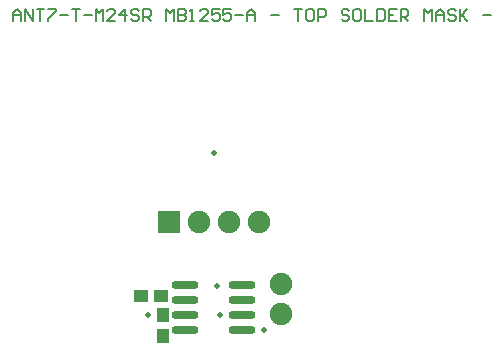
<source format=gts>
G04 Layer_Color=16711935*
%FSLAX44Y44*%
%MOMM*%
G71*
G01*
G75*
%ADD15C,0.1500*%
%ADD23O,2.3000X0.6500*%
%ADD24R,1.2000X1.1000*%
%ADD25R,1.1000X1.2000*%
%ADD26C,1.9000*%
%ADD27R,1.9000X1.9000*%
%ADD28C,0.5000*%
D15*
X-95000Y320000D02*
Y326665D01*
X-91668Y329997D01*
X-88336Y326665D01*
Y320000D01*
Y324998D01*
X-95000D01*
X-85003Y320000D02*
Y329997D01*
X-78339Y320000D01*
Y329997D01*
X-75006D02*
X-68342D01*
X-71674D01*
Y320000D01*
X-65010Y329997D02*
X-58345D01*
Y328331D01*
X-65010Y321666D01*
Y320000D01*
X-55013Y324998D02*
X-48348D01*
X-45016Y329997D02*
X-38352D01*
X-41684D01*
Y320000D01*
X-35019Y324998D02*
X-28355D01*
X-25022Y320000D02*
Y329997D01*
X-21690Y326665D01*
X-18358Y329997D01*
Y320000D01*
X-8361D02*
X-15026D01*
X-8361Y326665D01*
Y328331D01*
X-10027Y329997D01*
X-13360D01*
X-15026Y328331D01*
X-31Y320000D02*
Y329997D01*
X-5029Y324998D01*
X1636D01*
X11632Y328331D02*
X9966Y329997D01*
X6634D01*
X4968Y328331D01*
Y326665D01*
X6634Y324998D01*
X9966D01*
X11632Y323332D01*
Y321666D01*
X9966Y320000D01*
X6634D01*
X4968Y321666D01*
X14965Y320000D02*
Y329997D01*
X19963D01*
X21629Y328331D01*
Y324998D01*
X19963Y323332D01*
X14965D01*
X18297D02*
X21629Y320000D01*
X34958D02*
Y329997D01*
X38290Y326665D01*
X41623Y329997D01*
Y320000D01*
X44955Y329997D02*
Y320000D01*
X49953D01*
X51619Y321666D01*
Y323332D01*
X49953Y324998D01*
X44955D01*
X49953D01*
X51619Y326665D01*
Y328331D01*
X49953Y329997D01*
X44955D01*
X54952Y320000D02*
X58284D01*
X56618D01*
Y329997D01*
X54952Y328331D01*
X69947Y320000D02*
X63282D01*
X69947Y326665D01*
Y328331D01*
X68281Y329997D01*
X64949D01*
X63282Y328331D01*
X79944Y329997D02*
X73279D01*
Y324998D01*
X76611Y326665D01*
X78278D01*
X79944Y324998D01*
Y321666D01*
X78278Y320000D01*
X74945D01*
X73279Y321666D01*
X89940Y329997D02*
X83276D01*
Y324998D01*
X86608Y326665D01*
X88274D01*
X89940Y324998D01*
Y321666D01*
X88274Y320000D01*
X84942D01*
X83276Y321666D01*
X93273Y324998D02*
X99937D01*
X103270Y320000D02*
Y326665D01*
X106602Y329997D01*
X109934Y326665D01*
Y320000D01*
Y324998D01*
X103270D01*
X123263D02*
X129928D01*
X143257Y329997D02*
X149921D01*
X146589D01*
Y320000D01*
X158252Y329997D02*
X154920D01*
X153253Y328331D01*
Y321666D01*
X154920Y320000D01*
X158252D01*
X159918Y321666D01*
Y328331D01*
X158252Y329997D01*
X163250Y320000D02*
Y329997D01*
X168249D01*
X169915Y328331D01*
Y324998D01*
X168249Y323332D01*
X163250D01*
X189908Y328331D02*
X188242Y329997D01*
X184910D01*
X183244Y328331D01*
Y326665D01*
X184910Y324998D01*
X188242D01*
X189908Y323332D01*
Y321666D01*
X188242Y320000D01*
X184910D01*
X183244Y321666D01*
X198239Y329997D02*
X194907D01*
X193241Y328331D01*
Y321666D01*
X194907Y320000D01*
X198239D01*
X199905Y321666D01*
Y328331D01*
X198239Y329997D01*
X203237D02*
Y320000D01*
X209902D01*
X213234Y329997D02*
Y320000D01*
X218232D01*
X219898Y321666D01*
Y328331D01*
X218232Y329997D01*
X213234D01*
X229895D02*
X223231D01*
Y320000D01*
X229895D01*
X223231Y324998D02*
X226563D01*
X233228Y320000D02*
Y329997D01*
X238226D01*
X239892Y328331D01*
Y324998D01*
X238226Y323332D01*
X233228D01*
X236560D02*
X239892Y320000D01*
X253221D02*
Y329997D01*
X256553Y326665D01*
X259886Y329997D01*
Y320000D01*
X263218D02*
Y326665D01*
X266550Y329997D01*
X269882Y326665D01*
Y320000D01*
Y324998D01*
X263218D01*
X279879Y328331D02*
X278213Y329997D01*
X274881D01*
X273215Y328331D01*
Y326665D01*
X274881Y324998D01*
X278213D01*
X279879Y323332D01*
Y321666D01*
X278213Y320000D01*
X274881D01*
X273215Y321666D01*
X283211Y329997D02*
Y320000D01*
Y323332D01*
X289876Y329997D01*
X284878Y324998D01*
X289876Y320000D01*
X303205Y324998D02*
X309870D01*
D23*
X51000Y96250D02*
D03*
Y83550D02*
D03*
Y70850D02*
D03*
Y58150D02*
D03*
X99000Y96250D02*
D03*
Y83550D02*
D03*
Y70850D02*
D03*
Y58150D02*
D03*
D24*
X13300Y87200D02*
D03*
X30300D02*
D03*
D25*
X31800Y70700D02*
D03*
Y53700D02*
D03*
D26*
X131800Y97600D02*
D03*
Y72200D02*
D03*
X113100Y150000D02*
D03*
X87700D02*
D03*
X62300D02*
D03*
D27*
X36900D02*
D03*
D28*
X75000Y207980D02*
D03*
X19300Y70700D02*
D03*
X78000Y96000D02*
D03*
X117500Y58500D02*
D03*
X80500Y71000D02*
D03*
M02*

</source>
